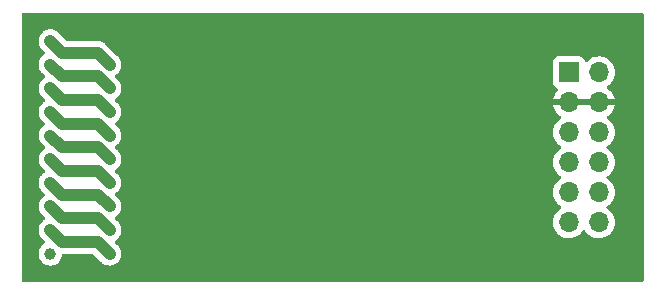
<source format=gbr>
%TF.GenerationSoftware,KiCad,Pcbnew,7.0.1*%
%TF.CreationDate,2023-03-26T17:15:59+02:00*%
%TF.ProjectId,AS4432_868_PMOD,41533434-3332-45f3-9836-385f504d4f44,rev?*%
%TF.SameCoordinates,Original*%
%TF.FileFunction,Copper,L2,Bot*%
%TF.FilePolarity,Positive*%
%FSLAX46Y46*%
G04 Gerber Fmt 4.6, Leading zero omitted, Abs format (unit mm)*
G04 Created by KiCad (PCBNEW 7.0.1) date 2023-03-26 17:15:59*
%MOMM*%
%LPD*%
G01*
G04 APERTURE LIST*
%TA.AperFunction,EtchedComponent*%
%ADD10C,1.000000*%
%TD*%
%TA.AperFunction,ComponentPad*%
%ADD11R,1.700000X1.700000*%
%TD*%
%TA.AperFunction,ComponentPad*%
%ADD12O,1.700000X1.700000*%
%TD*%
%TA.AperFunction,ComponentPad*%
%ADD13C,1.000000*%
%TD*%
G04 APERTURE END LIST*
D10*
%TO.C,AE1*%
X106960000Y-57530000D02*
X109960000Y-57530000D01*
X109960000Y-57530000D02*
X110960000Y-58530000D01*
X105960000Y-56530000D02*
X106960000Y-57530000D01*
X106960000Y-55530000D02*
X109960000Y-55530000D01*
X109960000Y-55530000D02*
X110960000Y-56530000D01*
X105960000Y-54530000D02*
X106960000Y-55530000D01*
X106960000Y-53530000D02*
X109960000Y-53530000D01*
X109960000Y-53530000D02*
X110960000Y-54530000D01*
X105960000Y-52530000D02*
X106960000Y-53530000D01*
X106960000Y-51530000D02*
X109960000Y-51530000D01*
X109960000Y-51530000D02*
X110960000Y-52530000D01*
X105960000Y-50530000D02*
X106960000Y-51530000D01*
X106960000Y-49530000D02*
X109960000Y-49530000D01*
X109960000Y-49530000D02*
X110960000Y-50530000D01*
X105960000Y-48530000D02*
X106960000Y-49530000D01*
X106960000Y-47530000D02*
X109960000Y-47530000D01*
X109960000Y-47530000D02*
X110960000Y-48530000D01*
X105960000Y-46530000D02*
X106960000Y-47530000D01*
X106960000Y-45530000D02*
X109960000Y-45530000D01*
X109960000Y-45530000D02*
X110960000Y-46530000D01*
X105960000Y-44530000D02*
X106960000Y-45530000D01*
X106960000Y-43530000D02*
X109960000Y-43530000D01*
X109960000Y-43530000D02*
X110960000Y-44530000D01*
X105960000Y-42530000D02*
X106960000Y-43530000D01*
X106960000Y-41530000D02*
X109960000Y-41530000D01*
X109960000Y-41530000D02*
X110960000Y-42530000D01*
X105960000Y-40530000D02*
X106960000Y-41530000D01*
%TD*%
D11*
%TO.P,J1,1,Pin_1*%
%TO.N,VCC*%
X149860000Y-43180000D03*
D12*
%TO.P,J1,2,Pin_2*%
X152400000Y-43180000D03*
%TO.P,J1,3,Pin_3*%
%TO.N,GND*%
X149860000Y-45720000D03*
%TO.P,J1,4,Pin_4*%
X152400000Y-45720000D03*
%TO.P,J1,5,Pin_5*%
%TO.N,SCK*%
X149860000Y-48260000D03*
%TO.P,J1,6,Pin_6*%
%TO.N,unconnected-(J1-Pin_6-Pad6)*%
X152400000Y-48260000D03*
%TO.P,J1,7,Pin_7*%
%TO.N,MISO*%
X149860000Y-50800000D03*
%TO.P,J1,8,Pin_8*%
%TO.N,unconnected-(J1-Pin_8-Pad8)*%
X152400000Y-50800000D03*
%TO.P,J1,9,Pin_9*%
%TO.N,MOSI*%
X149860000Y-53340000D03*
%TO.P,J1,10,Pin_10*%
%TO.N,nRESET*%
X152400000Y-53340000D03*
%TO.P,J1,11,Pin_11*%
%TO.N,nCS*%
X149860000Y-55880000D03*
%TO.P,J1,12,Pin_12*%
%TO.N,IRQ*%
X152400000Y-55880000D03*
%TD*%
D13*
%TO.P,AE1,*%
%TO.N,*%
X105960000Y-58530000D03*
X110960000Y-58530000D03*
X105960000Y-56530000D03*
X110960000Y-56530000D03*
X105960000Y-54530000D03*
X110960000Y-54530000D03*
X105960000Y-52530000D03*
X110960000Y-52530000D03*
X105960000Y-50530000D03*
X110960000Y-50530000D03*
X105960000Y-48530000D03*
X110960000Y-48530000D03*
X105960000Y-46530000D03*
X110960000Y-46530000D03*
X105960000Y-44530000D03*
X110960000Y-44530000D03*
X105960000Y-42530000D03*
X110960000Y-42530000D03*
X105960000Y-40530000D03*
%TD*%
%TA.AperFunction,Conductor*%
%TO.N,GND*%
G36*
X156121500Y-38142381D02*
G01*
X156167619Y-38188500D01*
X156184500Y-38251500D01*
X156184500Y-60808500D01*
X156167619Y-60871500D01*
X156121500Y-60917619D01*
X156058500Y-60934500D01*
X103656500Y-60934500D01*
X103593500Y-60917619D01*
X103547381Y-60871500D01*
X103530500Y-60808500D01*
X103530500Y-58529999D01*
X104954658Y-58529999D01*
X104973975Y-58726132D01*
X105031185Y-58914725D01*
X105124089Y-59088537D01*
X105249116Y-59240883D01*
X105370611Y-59340591D01*
X105401462Y-59365910D01*
X105575273Y-59458814D01*
X105652870Y-59482353D01*
X105763867Y-59516024D01*
X105960000Y-59535341D01*
X106156132Y-59516024D01*
X106344727Y-59458814D01*
X106518538Y-59365910D01*
X106670883Y-59240883D01*
X106795910Y-59088538D01*
X106888814Y-58914727D01*
X106946024Y-58726132D01*
X106954098Y-58644150D01*
X106974725Y-58586499D01*
X107020095Y-58545378D01*
X107079491Y-58530500D01*
X109493389Y-58530500D01*
X109541607Y-58540091D01*
X109582484Y-58567405D01*
X110213407Y-59198328D01*
X110221711Y-59207489D01*
X110249117Y-59240883D01*
X110282505Y-59268284D01*
X110285081Y-59270619D01*
X110326394Y-59304305D01*
X110326351Y-59304357D01*
X110326705Y-59304558D01*
X110405175Y-59368957D01*
X110406591Y-59369697D01*
X110406593Y-59369698D01*
X110492172Y-59414400D01*
X110493065Y-59414873D01*
X110575273Y-59458814D01*
X110575274Y-59458814D01*
X110580888Y-59461815D01*
X110583817Y-59463012D01*
X110586949Y-59463908D01*
X110586951Y-59463909D01*
X110676249Y-59489460D01*
X110678091Y-59490002D01*
X110763868Y-59516024D01*
X110763872Y-59516024D01*
X110766653Y-59516868D01*
X110782418Y-59519874D01*
X110782579Y-59519886D01*
X110782582Y-59519887D01*
X110871671Y-59526670D01*
X110874282Y-59526898D01*
X110960000Y-59535341D01*
X110960183Y-59535322D01*
X110982104Y-59535080D01*
X110985477Y-59535337D01*
X111070501Y-59524508D01*
X111074034Y-59524109D01*
X111156132Y-59516024D01*
X111159741Y-59514929D01*
X111180399Y-59510512D01*
X111187328Y-59509630D01*
X111265100Y-59483045D01*
X111269203Y-59481722D01*
X111344727Y-59458814D01*
X111351222Y-59455342D01*
X111369858Y-59447239D01*
X111379873Y-59443816D01*
X111447604Y-59403943D01*
X111452060Y-59401441D01*
X111518538Y-59365910D01*
X111527009Y-59358957D01*
X111543022Y-59347774D01*
X111555227Y-59340591D01*
X111610914Y-59290278D01*
X111615382Y-59286430D01*
X111670883Y-59240883D01*
X111680113Y-59229634D01*
X111693037Y-59216083D01*
X111706214Y-59204179D01*
X111748499Y-59146592D01*
X111752651Y-59141247D01*
X111795908Y-59088540D01*
X111795910Y-59088538D01*
X111804460Y-59072540D01*
X111814023Y-59057360D01*
X111826649Y-59040167D01*
X111854982Y-58978500D01*
X111858339Y-58971738D01*
X111888814Y-58914727D01*
X111892025Y-58904140D01*
X111895119Y-58893944D01*
X111901202Y-58877911D01*
X111911605Y-58855271D01*
X111911604Y-58855271D01*
X111911606Y-58855269D01*
X111926145Y-58792614D01*
X111928289Y-58784592D01*
X111946024Y-58726132D01*
X111948504Y-58700946D01*
X111951156Y-58684832D01*
X111957603Y-58657054D01*
X111959141Y-58596329D01*
X111959704Y-58587223D01*
X111965341Y-58530000D01*
X111962509Y-58501259D01*
X111961943Y-58485719D01*
X111962757Y-58453637D01*
X111952673Y-58397381D01*
X111951311Y-58387556D01*
X111946024Y-58333868D01*
X111936597Y-58302794D01*
X111933150Y-58288452D01*
X111926859Y-58253348D01*
X111906988Y-58203601D01*
X111903430Y-58193455D01*
X111888814Y-58145273D01*
X111871826Y-58113492D01*
X111865940Y-58100839D01*
X111851378Y-58064381D01*
X111823869Y-58022643D01*
X111817956Y-58012708D01*
X111795910Y-57971462D01*
X111770773Y-57940833D01*
X111762969Y-57930241D01*
X111739402Y-57894482D01*
X111706587Y-57861667D01*
X111698292Y-57852515D01*
X111670883Y-57819117D01*
X111637483Y-57791706D01*
X111628322Y-57783402D01*
X111438143Y-57593223D01*
X111407597Y-57543651D01*
X111402602Y-57485639D01*
X111424223Y-57431575D01*
X111467841Y-57393006D01*
X111518538Y-57365910D01*
X111527009Y-57358957D01*
X111543022Y-57347774D01*
X111555227Y-57340591D01*
X111610914Y-57290278D01*
X111615382Y-57286430D01*
X111670883Y-57240883D01*
X111680113Y-57229634D01*
X111693037Y-57216083D01*
X111706214Y-57204179D01*
X111748499Y-57146592D01*
X111752651Y-57141247D01*
X111795908Y-57088540D01*
X111795909Y-57088539D01*
X111795910Y-57088538D01*
X111804460Y-57072540D01*
X111814023Y-57057360D01*
X111826649Y-57040167D01*
X111854982Y-56978500D01*
X111858339Y-56971738D01*
X111888814Y-56914727D01*
X111892025Y-56904140D01*
X111895119Y-56893944D01*
X111901202Y-56877911D01*
X111911605Y-56855271D01*
X111911604Y-56855271D01*
X111911606Y-56855269D01*
X111926145Y-56792614D01*
X111928289Y-56784592D01*
X111946024Y-56726132D01*
X111948504Y-56700946D01*
X111951156Y-56684832D01*
X111957603Y-56657054D01*
X111959141Y-56596329D01*
X111959704Y-56587223D01*
X111965341Y-56530000D01*
X111962509Y-56501259D01*
X111961943Y-56485719D01*
X111962757Y-56453637D01*
X111952673Y-56397381D01*
X111951311Y-56387556D01*
X111946024Y-56333868D01*
X111936597Y-56302794D01*
X111933150Y-56288452D01*
X111930815Y-56275425D01*
X111926859Y-56253348D01*
X111906987Y-56203600D01*
X111903430Y-56193455D01*
X111888814Y-56145273D01*
X111871826Y-56113492D01*
X111865940Y-56100839D01*
X111851378Y-56064381D01*
X111823869Y-56022643D01*
X111817956Y-56012708D01*
X111795910Y-55971462D01*
X111770773Y-55940833D01*
X111762969Y-55930241D01*
X111739402Y-55894482D01*
X111724920Y-55880000D01*
X148504341Y-55880000D01*
X148524937Y-56115409D01*
X148586096Y-56343663D01*
X148685965Y-56557830D01*
X148821507Y-56751404D01*
X148988595Y-56918492D01*
X148988598Y-56918494D01*
X148988599Y-56918495D01*
X149182170Y-57054035D01*
X149256162Y-57088538D01*
X149396336Y-57153903D01*
X149439689Y-57165519D01*
X149624592Y-57215063D01*
X149860000Y-57235659D01*
X150095408Y-57215063D01*
X150323663Y-57153903D01*
X150537830Y-57054035D01*
X150731401Y-56918495D01*
X150898495Y-56751401D01*
X151026787Y-56568180D01*
X151071820Y-56528689D01*
X151130000Y-56514452D01*
X151188180Y-56528689D01*
X151233212Y-56568180D01*
X151252940Y-56596354D01*
X151361507Y-56751404D01*
X151528595Y-56918492D01*
X151528598Y-56918494D01*
X151528599Y-56918495D01*
X151722170Y-57054035D01*
X151796162Y-57088538D01*
X151936336Y-57153903D01*
X151979689Y-57165519D01*
X152164592Y-57215063D01*
X152400000Y-57235659D01*
X152635408Y-57215063D01*
X152863663Y-57153903D01*
X153077830Y-57054035D01*
X153271401Y-56918495D01*
X153438495Y-56751401D01*
X153574035Y-56557830D01*
X153673903Y-56343663D01*
X153735063Y-56115408D01*
X153755659Y-55880000D01*
X153735063Y-55644592D01*
X153673903Y-55416337D01*
X153574035Y-55202171D01*
X153438495Y-55008599D01*
X153438494Y-55008598D01*
X153438492Y-55008595D01*
X153271404Y-54841507D01*
X153088181Y-54713212D01*
X153048688Y-54668179D01*
X153034452Y-54609999D01*
X153048689Y-54551818D01*
X153088180Y-54506787D01*
X153271401Y-54378495D01*
X153438495Y-54211401D01*
X153574035Y-54017830D01*
X153673903Y-53803663D01*
X153735063Y-53575408D01*
X153755659Y-53340000D01*
X153735063Y-53104592D01*
X153673903Y-52876337D01*
X153574035Y-52662171D01*
X153438495Y-52468599D01*
X153438494Y-52468598D01*
X153438492Y-52468595D01*
X153271404Y-52301507D01*
X153088181Y-52173213D01*
X153048689Y-52128180D01*
X153034452Y-52070000D01*
X153048689Y-52011820D01*
X153088181Y-51966787D01*
X153140384Y-51930234D01*
X153271401Y-51838495D01*
X153438495Y-51671401D01*
X153574035Y-51477830D01*
X153673903Y-51263663D01*
X153735063Y-51035408D01*
X153755659Y-50800000D01*
X153735063Y-50564592D01*
X153673903Y-50336337D01*
X153574035Y-50122171D01*
X153438495Y-49928599D01*
X153438494Y-49928598D01*
X153438492Y-49928595D01*
X153271404Y-49761507D01*
X153088181Y-49633213D01*
X153048689Y-49588180D01*
X153034452Y-49530000D01*
X153048689Y-49471820D01*
X153088181Y-49426787D01*
X153271401Y-49298495D01*
X153438495Y-49131401D01*
X153574035Y-48937830D01*
X153673903Y-48723663D01*
X153735063Y-48495408D01*
X153755659Y-48260000D01*
X153735063Y-48024592D01*
X153673903Y-47796337D01*
X153574035Y-47582171D01*
X153438495Y-47388599D01*
X153438494Y-47388598D01*
X153438492Y-47388595D01*
X153271404Y-47221507D01*
X153092882Y-47096504D01*
X153051765Y-47048239D01*
X153039361Y-46986060D01*
X153058809Y-46925712D01*
X153105185Y-46882477D01*
X153145298Y-46860769D01*
X153322903Y-46722533D01*
X153475321Y-46556962D01*
X153598419Y-46368548D01*
X153688822Y-46162451D01*
X153736544Y-45974000D01*
X148523455Y-45974000D01*
X148571177Y-46162451D01*
X148661580Y-46368548D01*
X148784678Y-46556962D01*
X148937096Y-46722533D01*
X149114701Y-46860769D01*
X149154815Y-46882477D01*
X149201191Y-46925712D01*
X149220639Y-46986060D01*
X149208235Y-47048239D01*
X149167118Y-47096504D01*
X148988595Y-47221507D01*
X148821507Y-47388595D01*
X148685965Y-47582170D01*
X148586096Y-47796337D01*
X148524937Y-48024590D01*
X148504341Y-48259999D01*
X148524937Y-48495409D01*
X148586096Y-48723663D01*
X148685965Y-48937830D01*
X148821507Y-49131404D01*
X148988595Y-49298492D01*
X148988598Y-49298494D01*
X148988599Y-49298495D01*
X149171819Y-49426787D01*
X149211311Y-49471820D01*
X149225548Y-49530000D01*
X149211311Y-49588180D01*
X149171819Y-49633213D01*
X148988595Y-49761507D01*
X148821507Y-49928595D01*
X148685965Y-50122170D01*
X148586096Y-50336337D01*
X148524937Y-50564590D01*
X148504341Y-50800000D01*
X148524937Y-51035409D01*
X148586096Y-51263663D01*
X148685965Y-51477830D01*
X148821507Y-51671404D01*
X148988595Y-51838492D01*
X148988598Y-51838494D01*
X148988599Y-51838495D01*
X149119616Y-51930234D01*
X149171819Y-51966787D01*
X149211311Y-52011820D01*
X149225548Y-52070000D01*
X149211311Y-52128180D01*
X149171819Y-52173213D01*
X148988595Y-52301507D01*
X148821507Y-52468595D01*
X148685965Y-52662170D01*
X148586096Y-52876337D01*
X148524937Y-53104590D01*
X148504341Y-53339999D01*
X148524937Y-53575409D01*
X148586096Y-53803663D01*
X148685965Y-54017830D01*
X148821507Y-54211404D01*
X148988595Y-54378492D01*
X148988598Y-54378494D01*
X148988599Y-54378495D01*
X149171819Y-54506787D01*
X149211311Y-54551820D01*
X149225548Y-54610000D01*
X149211311Y-54668180D01*
X149171819Y-54713213D01*
X148988595Y-54841507D01*
X148821507Y-55008595D01*
X148685965Y-55202170D01*
X148586096Y-55416337D01*
X148524937Y-55644590D01*
X148504341Y-55880000D01*
X111724920Y-55880000D01*
X111706587Y-55861667D01*
X111698292Y-55852515D01*
X111670883Y-55819117D01*
X111637483Y-55791706D01*
X111628322Y-55783402D01*
X111438143Y-55593223D01*
X111407597Y-55543651D01*
X111402602Y-55485639D01*
X111424223Y-55431575D01*
X111467841Y-55393006D01*
X111518538Y-55365910D01*
X111527009Y-55358957D01*
X111543022Y-55347774D01*
X111555227Y-55340591D01*
X111610914Y-55290278D01*
X111615382Y-55286430D01*
X111670883Y-55240883D01*
X111680113Y-55229634D01*
X111693037Y-55216083D01*
X111706214Y-55204179D01*
X111748499Y-55146592D01*
X111752651Y-55141247D01*
X111795908Y-55088540D01*
X111795909Y-55088539D01*
X111795910Y-55088538D01*
X111804460Y-55072540D01*
X111814023Y-55057360D01*
X111826649Y-55040167D01*
X111854982Y-54978500D01*
X111858339Y-54971738D01*
X111888814Y-54914727D01*
X111892025Y-54904140D01*
X111895119Y-54893944D01*
X111901202Y-54877911D01*
X111911605Y-54855271D01*
X111911604Y-54855271D01*
X111911606Y-54855269D01*
X111926145Y-54792614D01*
X111928289Y-54784592D01*
X111946024Y-54726132D01*
X111948504Y-54700946D01*
X111951156Y-54684832D01*
X111957603Y-54657054D01*
X111959141Y-54596329D01*
X111959704Y-54587223D01*
X111965341Y-54530000D01*
X111962509Y-54501259D01*
X111961943Y-54485719D01*
X111962757Y-54453637D01*
X111952673Y-54397381D01*
X111951311Y-54387556D01*
X111946024Y-54333868D01*
X111936597Y-54302794D01*
X111933150Y-54288452D01*
X111930815Y-54275425D01*
X111926859Y-54253348D01*
X111906987Y-54203600D01*
X111903430Y-54193455D01*
X111888814Y-54145273D01*
X111871826Y-54113492D01*
X111865940Y-54100839D01*
X111851378Y-54064381D01*
X111823869Y-54022643D01*
X111817956Y-54012708D01*
X111795910Y-53971462D01*
X111770773Y-53940833D01*
X111762969Y-53930241D01*
X111739402Y-53894482D01*
X111706587Y-53861667D01*
X111698292Y-53852515D01*
X111670883Y-53819117D01*
X111637483Y-53791706D01*
X111628322Y-53783402D01*
X111438143Y-53593223D01*
X111407597Y-53543651D01*
X111402602Y-53485639D01*
X111424223Y-53431575D01*
X111467841Y-53393006D01*
X111518538Y-53365910D01*
X111527009Y-53358957D01*
X111543022Y-53347774D01*
X111555227Y-53340591D01*
X111610914Y-53290278D01*
X111615382Y-53286430D01*
X111670883Y-53240883D01*
X111680113Y-53229634D01*
X111693037Y-53216083D01*
X111706214Y-53204179D01*
X111748499Y-53146592D01*
X111752651Y-53141247D01*
X111795908Y-53088540D01*
X111795909Y-53088539D01*
X111795910Y-53088538D01*
X111804460Y-53072540D01*
X111814023Y-53057360D01*
X111826649Y-53040167D01*
X111854982Y-52978500D01*
X111858339Y-52971738D01*
X111888814Y-52914727D01*
X111892025Y-52904140D01*
X111895119Y-52893944D01*
X111901202Y-52877911D01*
X111901926Y-52876337D01*
X111911606Y-52855269D01*
X111926145Y-52792614D01*
X111928289Y-52784592D01*
X111946024Y-52726132D01*
X111948504Y-52700946D01*
X111951156Y-52684832D01*
X111957603Y-52657054D01*
X111959141Y-52596329D01*
X111959704Y-52587223D01*
X111965341Y-52530000D01*
X111962509Y-52501259D01*
X111961943Y-52485719D01*
X111962757Y-52453637D01*
X111952673Y-52397381D01*
X111951311Y-52387556D01*
X111946024Y-52333868D01*
X111936597Y-52302794D01*
X111933150Y-52288452D01*
X111930815Y-52275425D01*
X111926859Y-52253348D01*
X111906987Y-52203600D01*
X111903430Y-52193455D01*
X111888814Y-52145273D01*
X111871826Y-52113492D01*
X111865940Y-52100839D01*
X111851378Y-52064381D01*
X111823869Y-52022643D01*
X111817956Y-52012708D01*
X111795910Y-51971462D01*
X111770773Y-51940833D01*
X111762969Y-51930241D01*
X111739402Y-51894482D01*
X111706587Y-51861667D01*
X111698292Y-51852515D01*
X111670883Y-51819117D01*
X111637483Y-51791706D01*
X111628322Y-51783402D01*
X111438143Y-51593223D01*
X111407597Y-51543651D01*
X111402602Y-51485639D01*
X111424223Y-51431575D01*
X111467841Y-51393006D01*
X111518538Y-51365910D01*
X111527009Y-51358957D01*
X111543022Y-51347774D01*
X111555227Y-51340591D01*
X111610914Y-51290278D01*
X111615382Y-51286430D01*
X111670883Y-51240883D01*
X111680113Y-51229634D01*
X111693037Y-51216083D01*
X111706214Y-51204179D01*
X111748499Y-51146592D01*
X111752651Y-51141247D01*
X111795908Y-51088540D01*
X111795909Y-51088539D01*
X111795910Y-51088538D01*
X111804460Y-51072540D01*
X111814023Y-51057360D01*
X111826649Y-51040167D01*
X111854982Y-50978500D01*
X111858339Y-50971738D01*
X111888814Y-50914727D01*
X111892025Y-50904140D01*
X111895119Y-50893944D01*
X111901202Y-50877911D01*
X111911605Y-50855271D01*
X111911604Y-50855271D01*
X111911606Y-50855269D01*
X111926145Y-50792614D01*
X111928289Y-50784592D01*
X111946024Y-50726132D01*
X111948504Y-50700946D01*
X111951156Y-50684832D01*
X111957603Y-50657054D01*
X111959141Y-50596329D01*
X111959704Y-50587223D01*
X111965341Y-50530000D01*
X111962509Y-50501259D01*
X111961943Y-50485719D01*
X111962757Y-50453637D01*
X111952673Y-50397381D01*
X111951311Y-50387556D01*
X111946024Y-50333868D01*
X111936597Y-50302794D01*
X111933150Y-50288452D01*
X111930815Y-50275425D01*
X111926859Y-50253348D01*
X111906987Y-50203600D01*
X111903430Y-50193455D01*
X111888814Y-50145273D01*
X111871826Y-50113492D01*
X111865940Y-50100839D01*
X111851378Y-50064381D01*
X111823869Y-50022643D01*
X111817956Y-50012708D01*
X111795910Y-49971462D01*
X111770773Y-49940833D01*
X111762969Y-49930241D01*
X111739402Y-49894482D01*
X111706587Y-49861667D01*
X111698292Y-49852515D01*
X111670883Y-49819117D01*
X111637483Y-49791706D01*
X111628322Y-49783402D01*
X111438143Y-49593223D01*
X111407597Y-49543651D01*
X111402602Y-49485639D01*
X111424223Y-49431575D01*
X111467841Y-49393006D01*
X111518538Y-49365910D01*
X111527009Y-49358957D01*
X111543022Y-49347774D01*
X111555227Y-49340591D01*
X111610914Y-49290278D01*
X111615382Y-49286430D01*
X111670883Y-49240883D01*
X111680113Y-49229634D01*
X111693037Y-49216083D01*
X111706214Y-49204179D01*
X111748499Y-49146592D01*
X111752651Y-49141247D01*
X111760730Y-49131404D01*
X111795910Y-49088538D01*
X111804460Y-49072540D01*
X111814023Y-49057360D01*
X111826649Y-49040167D01*
X111854982Y-48978500D01*
X111858339Y-48971738D01*
X111888814Y-48914727D01*
X111892025Y-48904140D01*
X111895119Y-48893944D01*
X111901202Y-48877911D01*
X111911605Y-48855271D01*
X111911604Y-48855271D01*
X111911606Y-48855269D01*
X111926145Y-48792614D01*
X111928289Y-48784592D01*
X111946024Y-48726132D01*
X111948504Y-48700946D01*
X111951156Y-48684832D01*
X111957603Y-48657054D01*
X111959141Y-48596329D01*
X111959704Y-48587223D01*
X111965341Y-48530000D01*
X111962509Y-48501259D01*
X111961943Y-48485719D01*
X111962757Y-48453637D01*
X111952673Y-48397381D01*
X111951311Y-48387556D01*
X111946024Y-48333868D01*
X111936597Y-48302794D01*
X111933150Y-48288452D01*
X111930815Y-48275425D01*
X111926859Y-48253348D01*
X111906987Y-48203600D01*
X111903430Y-48193455D01*
X111888814Y-48145273D01*
X111871826Y-48113492D01*
X111865940Y-48100839D01*
X111851378Y-48064381D01*
X111823869Y-48022643D01*
X111817956Y-48012708D01*
X111795910Y-47971462D01*
X111770773Y-47940833D01*
X111762969Y-47930241D01*
X111739402Y-47894482D01*
X111706587Y-47861667D01*
X111698292Y-47852515D01*
X111670883Y-47819117D01*
X111637483Y-47791706D01*
X111628322Y-47783402D01*
X111438143Y-47593223D01*
X111407597Y-47543651D01*
X111402602Y-47485639D01*
X111424223Y-47431575D01*
X111467841Y-47393006D01*
X111518538Y-47365910D01*
X111527009Y-47358957D01*
X111543022Y-47347774D01*
X111555227Y-47340591D01*
X111610914Y-47290278D01*
X111615382Y-47286430D01*
X111670883Y-47240883D01*
X111680113Y-47229634D01*
X111693037Y-47216083D01*
X111706214Y-47204179D01*
X111748499Y-47146592D01*
X111752651Y-47141247D01*
X111795908Y-47088540D01*
X111795909Y-47088539D01*
X111795910Y-47088538D01*
X111804460Y-47072540D01*
X111814023Y-47057360D01*
X111826649Y-47040167D01*
X111854982Y-46978500D01*
X111858339Y-46971738D01*
X111888814Y-46914727D01*
X111892025Y-46904140D01*
X111895119Y-46893944D01*
X111901202Y-46877911D01*
X111911605Y-46855271D01*
X111911604Y-46855271D01*
X111911606Y-46855269D01*
X111926145Y-46792614D01*
X111928289Y-46784592D01*
X111946024Y-46726132D01*
X111948504Y-46700946D01*
X111951156Y-46684832D01*
X111957603Y-46657054D01*
X111959141Y-46596329D01*
X111959704Y-46587223D01*
X111965341Y-46530000D01*
X111962509Y-46501259D01*
X111961943Y-46485719D01*
X111962757Y-46453637D01*
X111952673Y-46397381D01*
X111951311Y-46387556D01*
X111946024Y-46333868D01*
X111936597Y-46302794D01*
X111933150Y-46288452D01*
X111930815Y-46275425D01*
X111926859Y-46253348D01*
X111906987Y-46203600D01*
X111903430Y-46193455D01*
X111888814Y-46145273D01*
X111871826Y-46113492D01*
X111865940Y-46100839D01*
X111851378Y-46064381D01*
X111823869Y-46022643D01*
X111817956Y-46012708D01*
X111795910Y-45971462D01*
X111770773Y-45940833D01*
X111762969Y-45930241D01*
X111739402Y-45894482D01*
X111706587Y-45861667D01*
X111698292Y-45852515D01*
X111670883Y-45819117D01*
X111637483Y-45791706D01*
X111628322Y-45783402D01*
X111438143Y-45593223D01*
X111407597Y-45543651D01*
X111402602Y-45485639D01*
X111424223Y-45431575D01*
X111467841Y-45393006D01*
X111518538Y-45365910D01*
X111527009Y-45358957D01*
X111543022Y-45347774D01*
X111555227Y-45340591D01*
X111610914Y-45290278D01*
X111615382Y-45286430D01*
X111670883Y-45240883D01*
X111680113Y-45229634D01*
X111693037Y-45216083D01*
X111706214Y-45204179D01*
X111748499Y-45146592D01*
X111752651Y-45141247D01*
X111795908Y-45088540D01*
X111795909Y-45088539D01*
X111795910Y-45088538D01*
X111804460Y-45072540D01*
X111814023Y-45057360D01*
X111826649Y-45040167D01*
X111854982Y-44978500D01*
X111858339Y-44971738D01*
X111888814Y-44914727D01*
X111892025Y-44904140D01*
X111895119Y-44893944D01*
X111901202Y-44877911D01*
X111911605Y-44855271D01*
X111911604Y-44855271D01*
X111911606Y-44855269D01*
X111926145Y-44792614D01*
X111928289Y-44784592D01*
X111946024Y-44726132D01*
X111948504Y-44700946D01*
X111951156Y-44684832D01*
X111957603Y-44657054D01*
X111959141Y-44596329D01*
X111959704Y-44587223D01*
X111965341Y-44530000D01*
X111962509Y-44501259D01*
X111961943Y-44485719D01*
X111962757Y-44453637D01*
X111952673Y-44397381D01*
X111951310Y-44387546D01*
X111946024Y-44333868D01*
X111936597Y-44302794D01*
X111933150Y-44288452D01*
X111930815Y-44275425D01*
X111926859Y-44253348D01*
X111906987Y-44203600D01*
X111903430Y-44193455D01*
X111888814Y-44145273D01*
X111871826Y-44113492D01*
X111865940Y-44100839D01*
X111856767Y-44077874D01*
X148509500Y-44077874D01*
X148515908Y-44137481D01*
X148566204Y-44272331D01*
X148652453Y-44387546D01*
X148738702Y-44452112D01*
X148767669Y-44473796D01*
X148885164Y-44517618D01*
X148935497Y-44552181D01*
X148963671Y-44606351D01*
X148963070Y-44667407D01*
X148933833Y-44721011D01*
X148784676Y-44883040D01*
X148661580Y-45071451D01*
X148571177Y-45277548D01*
X148523455Y-45465999D01*
X148523456Y-45466000D01*
X153736544Y-45466000D01*
X153736544Y-45465999D01*
X153688822Y-45277548D01*
X153598419Y-45071451D01*
X153475321Y-44883037D01*
X153322903Y-44717466D01*
X153145302Y-44579233D01*
X153105183Y-44557522D01*
X153058808Y-44514285D01*
X153039361Y-44453938D01*
X153051766Y-44391759D01*
X153092881Y-44343496D01*
X153271401Y-44218495D01*
X153438495Y-44051401D01*
X153574035Y-43857830D01*
X153673903Y-43643663D01*
X153735063Y-43415408D01*
X153755659Y-43180000D01*
X153735063Y-42944592D01*
X153673903Y-42716337D01*
X153574035Y-42502171D01*
X153438495Y-42308599D01*
X153438494Y-42308598D01*
X153438492Y-42308595D01*
X153271404Y-42141507D01*
X153077830Y-42005965D01*
X152863663Y-41906096D01*
X152635409Y-41844937D01*
X152468853Y-41830365D01*
X152400000Y-41824341D01*
X152399999Y-41824341D01*
X152164590Y-41844937D01*
X151936337Y-41906096D01*
X151722170Y-42005965D01*
X151528598Y-42141505D01*
X151408873Y-42261230D01*
X151355276Y-42293030D01*
X151292994Y-42295254D01*
X151237265Y-42267358D01*
X151201722Y-42216166D01*
X151153796Y-42087669D01*
X151103012Y-42019830D01*
X151067546Y-41972453D01*
X150952331Y-41886204D01*
X150886573Y-41861678D01*
X150817483Y-41835909D01*
X150757872Y-41829500D01*
X148962125Y-41829500D01*
X148902518Y-41835908D01*
X148767668Y-41886204D01*
X148652453Y-41972453D01*
X148566204Y-42087668D01*
X148515909Y-42222517D01*
X148509500Y-42282127D01*
X148509500Y-44077874D01*
X111856767Y-44077874D01*
X111851378Y-44064381D01*
X111823869Y-44022643D01*
X111817956Y-44012708D01*
X111795910Y-43971462D01*
X111770773Y-43940833D01*
X111762969Y-43930241D01*
X111739402Y-43894482D01*
X111706587Y-43861667D01*
X111698292Y-43852515D01*
X111670883Y-43819117D01*
X111637483Y-43791706D01*
X111628322Y-43783402D01*
X111438143Y-43593223D01*
X111407597Y-43543651D01*
X111402602Y-43485639D01*
X111424223Y-43431575D01*
X111467841Y-43393006D01*
X111518538Y-43365910D01*
X111527009Y-43358957D01*
X111543022Y-43347774D01*
X111555227Y-43340591D01*
X111610914Y-43290278D01*
X111615382Y-43286430D01*
X111670883Y-43240883D01*
X111680113Y-43229634D01*
X111693037Y-43216083D01*
X111706214Y-43204179D01*
X111748499Y-43146592D01*
X111752651Y-43141247D01*
X111795908Y-43088540D01*
X111795909Y-43088539D01*
X111795910Y-43088538D01*
X111804460Y-43072540D01*
X111814023Y-43057360D01*
X111826649Y-43040167D01*
X111854982Y-42978500D01*
X111858339Y-42971738D01*
X111888814Y-42914727D01*
X111892025Y-42904140D01*
X111895119Y-42893944D01*
X111901202Y-42877911D01*
X111911605Y-42855271D01*
X111911604Y-42855271D01*
X111911606Y-42855269D01*
X111926145Y-42792614D01*
X111928289Y-42784592D01*
X111946024Y-42726132D01*
X111948504Y-42700946D01*
X111951156Y-42684832D01*
X111957603Y-42657054D01*
X111959141Y-42596329D01*
X111959704Y-42587223D01*
X111965341Y-42530000D01*
X111962509Y-42501259D01*
X111961943Y-42485719D01*
X111962757Y-42453637D01*
X111952673Y-42397381D01*
X111951311Y-42387556D01*
X111946024Y-42333868D01*
X111936597Y-42302794D01*
X111933150Y-42288452D01*
X111932016Y-42282127D01*
X111926859Y-42253348D01*
X111906987Y-42203600D01*
X111903430Y-42193455D01*
X111888814Y-42145273D01*
X111871826Y-42113492D01*
X111865940Y-42100839D01*
X111851378Y-42064381D01*
X111823869Y-42022643D01*
X111817956Y-42012708D01*
X111795910Y-41971462D01*
X111770773Y-41940833D01*
X111762969Y-41930241D01*
X111739402Y-41894482D01*
X111706587Y-41861667D01*
X111698292Y-41852515D01*
X111670883Y-41819117D01*
X111637483Y-41791706D01*
X111628322Y-41783402D01*
X110677603Y-40832683D01*
X110675374Y-40830398D01*
X110615056Y-40766944D01*
X110566708Y-40733293D01*
X110559062Y-40727529D01*
X110513405Y-40690300D01*
X110486555Y-40676275D01*
X110472915Y-40668011D01*
X110448049Y-40650704D01*
X110393915Y-40627473D01*
X110385270Y-40623368D01*
X110352714Y-40606363D01*
X110333049Y-40596091D01*
X110333046Y-40596090D01*
X110303924Y-40587756D01*
X110288906Y-40582409D01*
X110261059Y-40570460D01*
X110203349Y-40558599D01*
X110194054Y-40556318D01*
X110137416Y-40540112D01*
X110107201Y-40537811D01*
X110091412Y-40535596D01*
X110061744Y-40529500D01*
X110061741Y-40529500D01*
X110002832Y-40529500D01*
X109993265Y-40529136D01*
X109934523Y-40524662D01*
X109906099Y-40528283D01*
X109904473Y-40528490D01*
X109888556Y-40529500D01*
X107426610Y-40529500D01*
X107378392Y-40519909D01*
X107337515Y-40492595D01*
X106706596Y-39861676D01*
X106698292Y-39852515D01*
X106670882Y-39819116D01*
X106637486Y-39791708D01*
X106634936Y-39789397D01*
X106631582Y-39786662D01*
X106631580Y-39786660D01*
X106593422Y-39755546D01*
X106518538Y-39694090D01*
X106514823Y-39691041D01*
X106427942Y-39645658D01*
X106426885Y-39645100D01*
X106344727Y-39601186D01*
X106344722Y-39601184D01*
X106339118Y-39598189D01*
X106336169Y-39596983D01*
X106293487Y-39584770D01*
X106243691Y-39570522D01*
X106241933Y-39570003D01*
X106156132Y-39543976D01*
X106153360Y-39543135D01*
X106137575Y-39540124D01*
X106048393Y-39533333D01*
X106045611Y-39533090D01*
X105959995Y-39524658D01*
X105959797Y-39524678D01*
X105937904Y-39524920D01*
X105934525Y-39524662D01*
X105849497Y-39535490D01*
X105845933Y-39535892D01*
X105763865Y-39543976D01*
X105760242Y-39545075D01*
X105739604Y-39549486D01*
X105737418Y-39549765D01*
X105732670Y-39550370D01*
X105654944Y-39576937D01*
X105650769Y-39578283D01*
X105575271Y-39601186D01*
X105568767Y-39604662D01*
X105550139Y-39612761D01*
X105540128Y-39616183D01*
X105472418Y-39656041D01*
X105467897Y-39658578D01*
X105401463Y-39694088D01*
X105392986Y-39701045D01*
X105376981Y-39712223D01*
X105364770Y-39719411D01*
X105309132Y-39769678D01*
X105304600Y-39773581D01*
X105249116Y-39819117D01*
X105239884Y-39830365D01*
X105226964Y-39843914D01*
X105213785Y-39855821D01*
X105171515Y-39913384D01*
X105167358Y-39918737D01*
X105124092Y-39971458D01*
X105124089Y-39971462D01*
X105124090Y-39971462D01*
X105115537Y-39987461D01*
X105105985Y-40002625D01*
X105093352Y-40019830D01*
X105065024Y-40081480D01*
X105061656Y-40088264D01*
X105031185Y-40145273D01*
X105024878Y-40166063D01*
X105018800Y-40182085D01*
X105008394Y-40204732D01*
X104993866Y-40267336D01*
X104991703Y-40275425D01*
X104973975Y-40333867D01*
X104971495Y-40359045D01*
X104968842Y-40375169D01*
X104962397Y-40402945D01*
X104960858Y-40463652D01*
X104960291Y-40472807D01*
X104954658Y-40530001D01*
X104957488Y-40558735D01*
X104958055Y-40574271D01*
X104957242Y-40606363D01*
X104967321Y-40662597D01*
X104968690Y-40672473D01*
X104973975Y-40726130D01*
X104983399Y-40757195D01*
X104986848Y-40771541D01*
X104993141Y-40806651D01*
X105013008Y-40856388D01*
X105016570Y-40866547D01*
X105031186Y-40914727D01*
X105048179Y-40946519D01*
X105054061Y-40959163D01*
X105068624Y-40995620D01*
X105096130Y-41037355D01*
X105102041Y-41047288D01*
X105124090Y-41088538D01*
X105124091Y-41088539D01*
X105149224Y-41119164D01*
X105157026Y-41129753D01*
X105180598Y-41165519D01*
X105213415Y-41198336D01*
X105221711Y-41207489D01*
X105249119Y-41240885D01*
X105282508Y-41268287D01*
X105291670Y-41276591D01*
X105481855Y-41466776D01*
X105512401Y-41516347D01*
X105517396Y-41574359D01*
X105495776Y-41628423D01*
X105452156Y-41666993D01*
X105401461Y-41694090D01*
X105392986Y-41701045D01*
X105376981Y-41712223D01*
X105364770Y-41719411D01*
X105309132Y-41769678D01*
X105304600Y-41773581D01*
X105249116Y-41819117D01*
X105239884Y-41830365D01*
X105226964Y-41843914D01*
X105213785Y-41855821D01*
X105171515Y-41913384D01*
X105167358Y-41918737D01*
X105124092Y-41971458D01*
X105124089Y-41971462D01*
X105124090Y-41971462D01*
X105115537Y-41987461D01*
X105105985Y-42002625D01*
X105093352Y-42019830D01*
X105065024Y-42081480D01*
X105061656Y-42088264D01*
X105031185Y-42145273D01*
X105024878Y-42166063D01*
X105018800Y-42182085D01*
X105008394Y-42204732D01*
X104993866Y-42267336D01*
X104991703Y-42275425D01*
X104973975Y-42333867D01*
X104971495Y-42359045D01*
X104968842Y-42375169D01*
X104962397Y-42402945D01*
X104960858Y-42463652D01*
X104960291Y-42472807D01*
X104954658Y-42529999D01*
X104957488Y-42558735D01*
X104958055Y-42574271D01*
X104957242Y-42606363D01*
X104967321Y-42662597D01*
X104968690Y-42672473D01*
X104973975Y-42726130D01*
X104983399Y-42757195D01*
X104986848Y-42771541D01*
X104993141Y-42806651D01*
X105013008Y-42856388D01*
X105016570Y-42866547D01*
X105031186Y-42914727D01*
X105048179Y-42946519D01*
X105054061Y-42959163D01*
X105068624Y-42995620D01*
X105096130Y-43037355D01*
X105102041Y-43047288D01*
X105115544Y-43072549D01*
X105124091Y-43088539D01*
X105149224Y-43119164D01*
X105157026Y-43129753D01*
X105180598Y-43165519D01*
X105213415Y-43198336D01*
X105221711Y-43207489D01*
X105239897Y-43229649D01*
X105249119Y-43240885D01*
X105282508Y-43268287D01*
X105291670Y-43276591D01*
X105481855Y-43466776D01*
X105512401Y-43516347D01*
X105517396Y-43574359D01*
X105495776Y-43628423D01*
X105452156Y-43666993D01*
X105401461Y-43694090D01*
X105392986Y-43701045D01*
X105376981Y-43712223D01*
X105364770Y-43719411D01*
X105309132Y-43769678D01*
X105304600Y-43773581D01*
X105249116Y-43819117D01*
X105239884Y-43830365D01*
X105226964Y-43843914D01*
X105213785Y-43855821D01*
X105171515Y-43913384D01*
X105167358Y-43918737D01*
X105124092Y-43971458D01*
X105124089Y-43971462D01*
X105124090Y-43971462D01*
X105115537Y-43987461D01*
X105105985Y-44002625D01*
X105093352Y-44019830D01*
X105065024Y-44081480D01*
X105061656Y-44088264D01*
X105031185Y-44145273D01*
X105024878Y-44166063D01*
X105018800Y-44182085D01*
X105008394Y-44204732D01*
X104993866Y-44267336D01*
X104991703Y-44275425D01*
X104973975Y-44333867D01*
X104971495Y-44359045D01*
X104968842Y-44375169D01*
X104962397Y-44402945D01*
X104960858Y-44463652D01*
X104960291Y-44472807D01*
X104954658Y-44529999D01*
X104957488Y-44558735D01*
X104958055Y-44574271D01*
X104957242Y-44606363D01*
X104967321Y-44662597D01*
X104968690Y-44672473D01*
X104973975Y-44726130D01*
X104983399Y-44757195D01*
X104986848Y-44771541D01*
X104993141Y-44806651D01*
X105013008Y-44856388D01*
X105016570Y-44866547D01*
X105031186Y-44914727D01*
X105048179Y-44946519D01*
X105054061Y-44959163D01*
X105068624Y-44995620D01*
X105096130Y-45037355D01*
X105102041Y-45047288D01*
X105114957Y-45071451D01*
X105124091Y-45088539D01*
X105149224Y-45119164D01*
X105157026Y-45129753D01*
X105180598Y-45165519D01*
X105213415Y-45198336D01*
X105221711Y-45207489D01*
X105239897Y-45229649D01*
X105249119Y-45240885D01*
X105282508Y-45268287D01*
X105291670Y-45276591D01*
X105481855Y-45466776D01*
X105512401Y-45516347D01*
X105517396Y-45574359D01*
X105495776Y-45628423D01*
X105452156Y-45666993D01*
X105401461Y-45694090D01*
X105392986Y-45701045D01*
X105376981Y-45712223D01*
X105364770Y-45719411D01*
X105309132Y-45769678D01*
X105304600Y-45773581D01*
X105249116Y-45819117D01*
X105239884Y-45830365D01*
X105226964Y-45843914D01*
X105213785Y-45855821D01*
X105171515Y-45913384D01*
X105167358Y-45918737D01*
X105124092Y-45971458D01*
X105124089Y-45971462D01*
X105124090Y-45971462D01*
X105115537Y-45987461D01*
X105105985Y-46002625D01*
X105093352Y-46019830D01*
X105065024Y-46081480D01*
X105061656Y-46088264D01*
X105031185Y-46145273D01*
X105024878Y-46166063D01*
X105018800Y-46182085D01*
X105008394Y-46204732D01*
X104993866Y-46267336D01*
X104991703Y-46275425D01*
X104973975Y-46333867D01*
X104971495Y-46359045D01*
X104968842Y-46375169D01*
X104962397Y-46402945D01*
X104960858Y-46463652D01*
X104960291Y-46472807D01*
X104954658Y-46529999D01*
X104957488Y-46558735D01*
X104958055Y-46574271D01*
X104957242Y-46606363D01*
X104967321Y-46662597D01*
X104968690Y-46672473D01*
X104973975Y-46726130D01*
X104983399Y-46757195D01*
X104986848Y-46771541D01*
X104993141Y-46806651D01*
X105013008Y-46856388D01*
X105016570Y-46866547D01*
X105031186Y-46914727D01*
X105048179Y-46946519D01*
X105054061Y-46959163D01*
X105068624Y-46995620D01*
X105096130Y-47037355D01*
X105102041Y-47047288D01*
X105115544Y-47072549D01*
X105124091Y-47088539D01*
X105149224Y-47119164D01*
X105157026Y-47129753D01*
X105180598Y-47165519D01*
X105213415Y-47198336D01*
X105221711Y-47207489D01*
X105239897Y-47229649D01*
X105249119Y-47240885D01*
X105282508Y-47268287D01*
X105291670Y-47276591D01*
X105481855Y-47466776D01*
X105512401Y-47516347D01*
X105517396Y-47574359D01*
X105495776Y-47628423D01*
X105452156Y-47666993D01*
X105401461Y-47694090D01*
X105392986Y-47701045D01*
X105376981Y-47712223D01*
X105364770Y-47719411D01*
X105309132Y-47769678D01*
X105304600Y-47773581D01*
X105249116Y-47819117D01*
X105239884Y-47830365D01*
X105226964Y-47843914D01*
X105213785Y-47855821D01*
X105171515Y-47913384D01*
X105167358Y-47918737D01*
X105124092Y-47971458D01*
X105124089Y-47971462D01*
X105124090Y-47971462D01*
X105115537Y-47987461D01*
X105105985Y-48002625D01*
X105093352Y-48019830D01*
X105065024Y-48081480D01*
X105061656Y-48088264D01*
X105031185Y-48145273D01*
X105024878Y-48166063D01*
X105018800Y-48182085D01*
X105008394Y-48204732D01*
X104993866Y-48267336D01*
X104991703Y-48275425D01*
X104973975Y-48333867D01*
X104971495Y-48359045D01*
X104968842Y-48375169D01*
X104962397Y-48402945D01*
X104960858Y-48463652D01*
X104960291Y-48472807D01*
X104954658Y-48529999D01*
X104957488Y-48558735D01*
X104958055Y-48574271D01*
X104957242Y-48606363D01*
X104967321Y-48662597D01*
X104968690Y-48672473D01*
X104973975Y-48726130D01*
X104983399Y-48757195D01*
X104986848Y-48771541D01*
X104993141Y-48806651D01*
X105013008Y-48856388D01*
X105016570Y-48866547D01*
X105031186Y-48914727D01*
X105048179Y-48946519D01*
X105054061Y-48959163D01*
X105068624Y-48995620D01*
X105096130Y-49037355D01*
X105102041Y-49047288D01*
X105115544Y-49072549D01*
X105124091Y-49088539D01*
X105149224Y-49119164D01*
X105157026Y-49129753D01*
X105180598Y-49165519D01*
X105213415Y-49198336D01*
X105221711Y-49207489D01*
X105239897Y-49229649D01*
X105249119Y-49240885D01*
X105282508Y-49268287D01*
X105291670Y-49276591D01*
X105481855Y-49466776D01*
X105512401Y-49516347D01*
X105517396Y-49574359D01*
X105495776Y-49628423D01*
X105452156Y-49666993D01*
X105401461Y-49694090D01*
X105392986Y-49701045D01*
X105376981Y-49712223D01*
X105364770Y-49719411D01*
X105309132Y-49769678D01*
X105304600Y-49773581D01*
X105249116Y-49819117D01*
X105239884Y-49830365D01*
X105226964Y-49843914D01*
X105213785Y-49855821D01*
X105171515Y-49913384D01*
X105167358Y-49918737D01*
X105124092Y-49971458D01*
X105124089Y-49971462D01*
X105124090Y-49971462D01*
X105115537Y-49987461D01*
X105105985Y-50002625D01*
X105093352Y-50019830D01*
X105065024Y-50081480D01*
X105061656Y-50088264D01*
X105031185Y-50145273D01*
X105024878Y-50166063D01*
X105018800Y-50182085D01*
X105008394Y-50204732D01*
X104993866Y-50267336D01*
X104991703Y-50275425D01*
X104973975Y-50333867D01*
X104971495Y-50359045D01*
X104968842Y-50375169D01*
X104962397Y-50402945D01*
X104960858Y-50463652D01*
X104960291Y-50472807D01*
X104954658Y-50529999D01*
X104957488Y-50558735D01*
X104958055Y-50574271D01*
X104957242Y-50606363D01*
X104967321Y-50662597D01*
X104968690Y-50672473D01*
X104973975Y-50726130D01*
X104983399Y-50757195D01*
X104986848Y-50771541D01*
X104993141Y-50806651D01*
X105013008Y-50856388D01*
X105016570Y-50866547D01*
X105031186Y-50914727D01*
X105048179Y-50946519D01*
X105054061Y-50959163D01*
X105068624Y-50995620D01*
X105096130Y-51037355D01*
X105102041Y-51047288D01*
X105115544Y-51072549D01*
X105124091Y-51088539D01*
X105149224Y-51119164D01*
X105157026Y-51129753D01*
X105180598Y-51165519D01*
X105213415Y-51198336D01*
X105221711Y-51207489D01*
X105239897Y-51229649D01*
X105249119Y-51240885D01*
X105282508Y-51268287D01*
X105291670Y-51276591D01*
X105481855Y-51466776D01*
X105512401Y-51516347D01*
X105517396Y-51574359D01*
X105495776Y-51628423D01*
X105452156Y-51666992D01*
X105436868Y-51675164D01*
X105401461Y-51694090D01*
X105392986Y-51701045D01*
X105376981Y-51712223D01*
X105364770Y-51719411D01*
X105309132Y-51769678D01*
X105304600Y-51773581D01*
X105249116Y-51819117D01*
X105239884Y-51830365D01*
X105226964Y-51843914D01*
X105213785Y-51855821D01*
X105171515Y-51913384D01*
X105167358Y-51918737D01*
X105124092Y-51971458D01*
X105124089Y-51971462D01*
X105124090Y-51971462D01*
X105115537Y-51987461D01*
X105105985Y-52002625D01*
X105093352Y-52019830D01*
X105065024Y-52081480D01*
X105061656Y-52088264D01*
X105031185Y-52145273D01*
X105024878Y-52166063D01*
X105018800Y-52182085D01*
X105008394Y-52204732D01*
X104993866Y-52267336D01*
X104991703Y-52275425D01*
X104973975Y-52333867D01*
X104971495Y-52359045D01*
X104968842Y-52375169D01*
X104962397Y-52402945D01*
X104960858Y-52463652D01*
X104960291Y-52472807D01*
X104954658Y-52529999D01*
X104957488Y-52558735D01*
X104958055Y-52574271D01*
X104957242Y-52606363D01*
X104967321Y-52662597D01*
X104968690Y-52672473D01*
X104973975Y-52726130D01*
X104983399Y-52757195D01*
X104986848Y-52771541D01*
X104993141Y-52806651D01*
X105013008Y-52856388D01*
X105016570Y-52866547D01*
X105031186Y-52914727D01*
X105048179Y-52946519D01*
X105054061Y-52959163D01*
X105068624Y-52995620D01*
X105096130Y-53037355D01*
X105102041Y-53047288D01*
X105115544Y-53072549D01*
X105124091Y-53088539D01*
X105149224Y-53119164D01*
X105157026Y-53129753D01*
X105180598Y-53165519D01*
X105213415Y-53198336D01*
X105221711Y-53207489D01*
X105239897Y-53229649D01*
X105249119Y-53240885D01*
X105282508Y-53268287D01*
X105291670Y-53276591D01*
X105481855Y-53466776D01*
X105512401Y-53516347D01*
X105517396Y-53574359D01*
X105495776Y-53628423D01*
X105452156Y-53666993D01*
X105401461Y-53694090D01*
X105392986Y-53701045D01*
X105376981Y-53712223D01*
X105364770Y-53719411D01*
X105309132Y-53769678D01*
X105304600Y-53773581D01*
X105249116Y-53819117D01*
X105239884Y-53830365D01*
X105226964Y-53843914D01*
X105213785Y-53855821D01*
X105171515Y-53913384D01*
X105167358Y-53918737D01*
X105124092Y-53971458D01*
X105124089Y-53971462D01*
X105124090Y-53971462D01*
X105115537Y-53987461D01*
X105105985Y-54002625D01*
X105093352Y-54019830D01*
X105065024Y-54081480D01*
X105061656Y-54088264D01*
X105031185Y-54145273D01*
X105024878Y-54166063D01*
X105018800Y-54182085D01*
X105008394Y-54204732D01*
X104993866Y-54267336D01*
X104991703Y-54275425D01*
X104973975Y-54333867D01*
X104971495Y-54359045D01*
X104968842Y-54375169D01*
X104962397Y-54402945D01*
X104960858Y-54463652D01*
X104960291Y-54472807D01*
X104954658Y-54529999D01*
X104957488Y-54558735D01*
X104958055Y-54574271D01*
X104957242Y-54606363D01*
X104967321Y-54662597D01*
X104968690Y-54672473D01*
X104973975Y-54726130D01*
X104983399Y-54757195D01*
X104986848Y-54771541D01*
X104993141Y-54806651D01*
X105013008Y-54856388D01*
X105016570Y-54866547D01*
X105031186Y-54914727D01*
X105048179Y-54946519D01*
X105054061Y-54959163D01*
X105068624Y-54995620D01*
X105096130Y-55037355D01*
X105102041Y-55047288D01*
X105115544Y-55072549D01*
X105124091Y-55088539D01*
X105149224Y-55119164D01*
X105157026Y-55129753D01*
X105180598Y-55165519D01*
X105213415Y-55198336D01*
X105221711Y-55207489D01*
X105241261Y-55231311D01*
X105249119Y-55240885D01*
X105282508Y-55268287D01*
X105291670Y-55276591D01*
X105481855Y-55466776D01*
X105512401Y-55516347D01*
X105517396Y-55574359D01*
X105495776Y-55628423D01*
X105452156Y-55666993D01*
X105401461Y-55694090D01*
X105392986Y-55701045D01*
X105376981Y-55712223D01*
X105364770Y-55719411D01*
X105309132Y-55769678D01*
X105304600Y-55773581D01*
X105249116Y-55819117D01*
X105239884Y-55830365D01*
X105226964Y-55843914D01*
X105213785Y-55855821D01*
X105171515Y-55913384D01*
X105167358Y-55918737D01*
X105124092Y-55971458D01*
X105124089Y-55971462D01*
X105124090Y-55971462D01*
X105115537Y-55987461D01*
X105105985Y-56002625D01*
X105093352Y-56019830D01*
X105065024Y-56081480D01*
X105061656Y-56088264D01*
X105031185Y-56145273D01*
X105024878Y-56166063D01*
X105018800Y-56182085D01*
X105008394Y-56204732D01*
X104993866Y-56267336D01*
X104991703Y-56275425D01*
X104973975Y-56333867D01*
X104971495Y-56359045D01*
X104968842Y-56375169D01*
X104962397Y-56402945D01*
X104960858Y-56463652D01*
X104960291Y-56472807D01*
X104954658Y-56529999D01*
X104957488Y-56558735D01*
X104958055Y-56574271D01*
X104957242Y-56606363D01*
X104967321Y-56662597D01*
X104968690Y-56672473D01*
X104973975Y-56726130D01*
X104983399Y-56757195D01*
X104986848Y-56771541D01*
X104993141Y-56806651D01*
X105013008Y-56856388D01*
X105016570Y-56866547D01*
X105031186Y-56914727D01*
X105048179Y-56946519D01*
X105054061Y-56959163D01*
X105068624Y-56995620D01*
X105096130Y-57037355D01*
X105102041Y-57047288D01*
X105115544Y-57072549D01*
X105124091Y-57088539D01*
X105149224Y-57119164D01*
X105157026Y-57129753D01*
X105180598Y-57165519D01*
X105213415Y-57198336D01*
X105221711Y-57207489D01*
X105239897Y-57229649D01*
X105249119Y-57240885D01*
X105282508Y-57268287D01*
X105291670Y-57276591D01*
X105481855Y-57466776D01*
X105512401Y-57516347D01*
X105517396Y-57574359D01*
X105495776Y-57628423D01*
X105452156Y-57666993D01*
X105401462Y-57694089D01*
X105249116Y-57819116D01*
X105124089Y-57971462D01*
X105031185Y-58145274D01*
X104973975Y-58333867D01*
X104954658Y-58529999D01*
X103530500Y-58529999D01*
X103530500Y-38251500D01*
X103547381Y-38188500D01*
X103593500Y-38142381D01*
X103656500Y-38125500D01*
X156058500Y-38125500D01*
X156121500Y-38142381D01*
G37*
%TD.AperFunction*%
%TD*%
M02*

</source>
